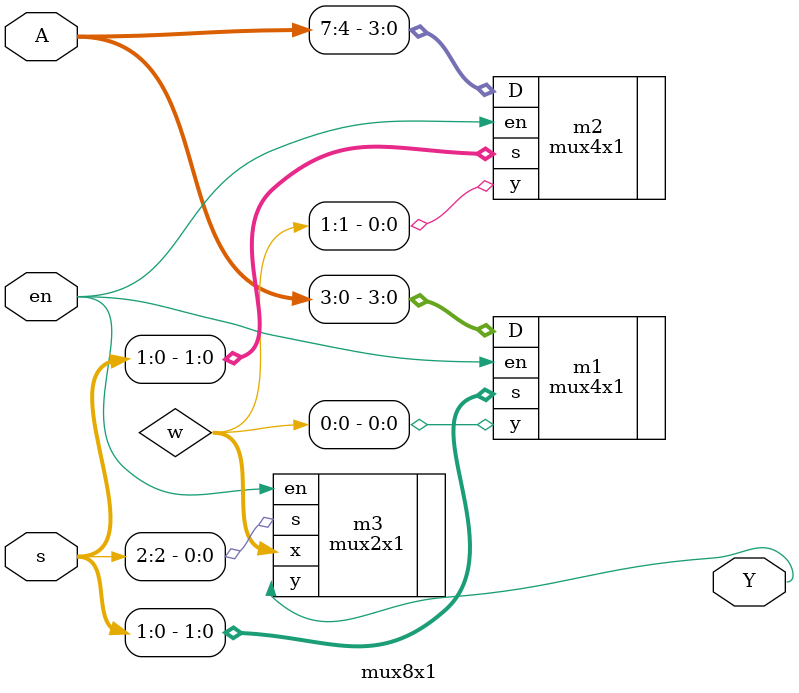
<source format=v>
`timescale 1ns / 1ps


module mux8x1(output Y, input [7:0] A, input [2:0] s, input en);
    wire [1:0] w;

    // Logic
    mux4x1 m1(.y(w[0]), .en(en), .D(A[3:0]), .s(s[1:0])); 
    mux4x1 m2(.y(w[1]), .en(en), .D(A[7:4]), .s(s[1:0])); 

    mux2x1 m3(.y(Y), .x(w), .s(s[2]), .en(en)); 
endmodule


</source>
